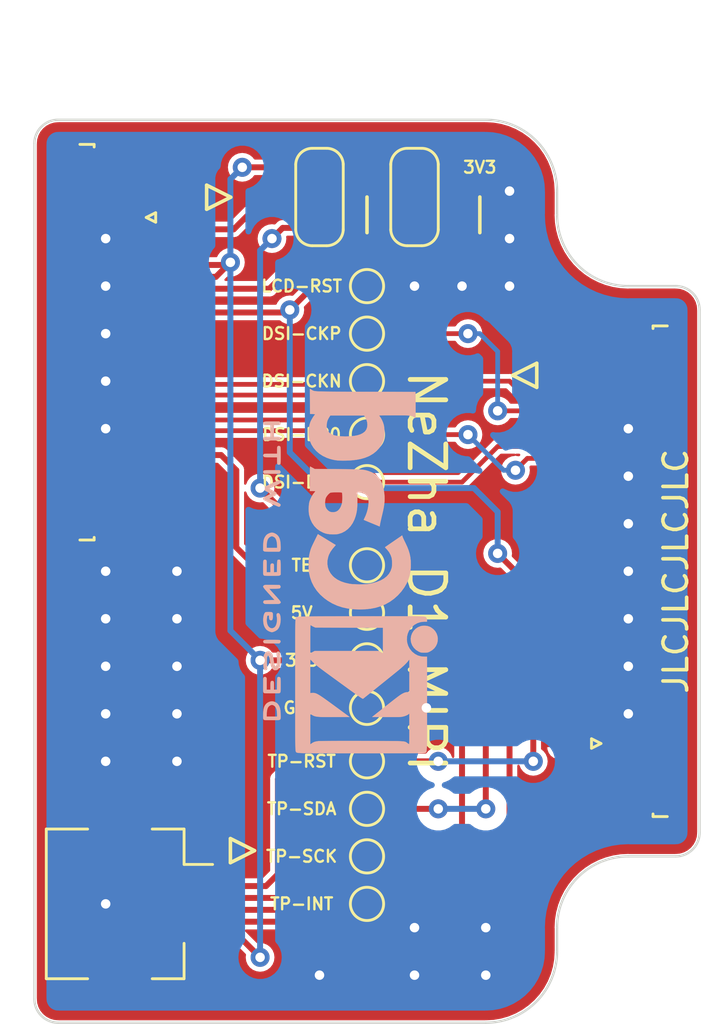
<source format=kicad_pcb>
(kicad_pcb (version 20210824) (generator pcbnew)
  (layers (0 "F.Cu" signal) (31 "B.Cu" signal) (34 "B.Paste" user) (35 "F.Paste" user) (36 "B.SilkS" user "B.Silkscreen") (37 "F.SilkS" user "F.Silkscreen") (38 "B.Mask" user) (39 "F.Mask" user) (44 "Edge.Cuts" user))
  (net 0 "")
  (net 1 "GND")
  (net 2 "Net-(J1-Pad2)")
  (net 3 "+3V3")
  (net 4 "Net-(J1-Pad7)")
  (net 5 "/DSI-RST")
  (net 6 "/DSI-CKP")
  (net 7 "/DSI-CKN")
  (net 8 "/DSI-DP0")
  (net 9 "/DSI-DN0")
  (net 10 "/TE")
  (net 11 "/BL-PWM")
  (net 12 "+5V")
  (net 13 "/TP-SCK")
  (net 14 "/TP-SDA")
  (net 15 "/TP-INT")
  (net 16 "/TP-RST")
  (footprint "TestPoint:TestPoint_Pad_D1.0mm" (layer "F.Cu") (at 145 113.25)
    (fp_text reference "TP2" hide)
    (fp_text value "TestPoint")
    (pad "1" smd circle locked (at 0 0) (size 1 1) (layers "F.Cu" "F.Mask") (net 9 "/DSI-DN0"))
  )
  (footprint "TestPoint:TestPoint_Pad_D1.0mm" (layer "F.Cu") (at 145 127)
    (fp_text reference "TP5" hide)
    (fp_text value "TestPoint")
    (pad "1" smd circle locked (at 0 0) (size 1 1) (layers "F.Cu" "F.Mask") (net 14 "/TP-SDA"))
  )
  (footprint "TestPoint:TestPoint_Pad_D1.0mm" (layer "F.Cu") (at 145 111.25)
    (fp_text reference "TP1" hide)
    (fp_text value "TestPoint")
    (pad "1" smd circle locked (at 0 0) (size 1 1) (layers "F.Cu" "F.Mask") (net 8 "/DSI-DP0"))
  )
  (footprint "TestPoint:TestPoint_Pad_D1.0mm" (layer "F.Cu") (at 145 116.75)
    (fp_text reference "TP3" hide)
    (fp_text value "TestPoint")
    (pad "1" smd circle locked (at 0 0) (size 1 1) (layers "F.Cu" "F.Mask") (net 10 "/TE"))
  )
  (footprint "TestPoint:TestPoint_Pad_D1.0mm" (layer "F.Cu") (at 145 122.75)
    (fp_text reference "TP13" hide)
    (fp_text value "TestPoint")
    (pad "1" smd circle locked (at 0 0) (size 1 1) (layers "F.Cu" "F.Mask") (net 1 "GND"))
  )
  (footprint "TestPoint:TestPoint_Pad_D1.0mm" (layer "F.Cu") (at 145 131)
    (fp_text reference "TP7" hide)
    (fp_text value "TestPoint")
    (pad "1" smd circle locked (at 0 0) (size 1 1) (layers "F.Cu" "F.Mask") (net 15 "/TP-INT"))
  )
  (footprint "Connector_FFC-FPC:Hirose_FH12-6S-0.5SH_1x06-1MP_P0.50mm_Horizontal" (layer "F.Cu") (at 136 131 -90)
    (fp_text reference "J3" hide)
    (fp_text value "Conn_01x06")
    (pad "1" smd rect (at -1.25 -1.85 270) (size 0.3 1.3) (layers "F.Cu" "F.Paste" "F.Mask") (net 1 "GND"))
    (pad "2" smd rect (at -0.75 -1.85 270) (size 0.3 1.3) (layers "F.Cu" "F.Paste" "F.Mask") (net 16 "/TP-RST"))
    (pad "3" smd rect (at -0.25 -1.85 270) (size 0.3 1.3) (layers "F.Cu" "F.Paste" "F.Mask") (net 14 "/TP-SDA"))
    (pad "4" smd rect (at 0.25 -1.85 270) (size 0.3 1.3) (layers "F.Cu" "F.Paste" "F.Mask") (net 13 "/TP-SCK"))
    (pad "5" smd rect (at 0.75 -1.85 270) (size 0.3 1.3) (layers "F.Cu" "F.Paste" "F.Mask") (net 15 "/TP-INT"))
    (pad "6" smd rect (at 1.25 -1.85 270) (size 0.3 1.3) (layers "F.Cu" "F.Paste" "F.Mask") (net 3 "+3V3"))
    (pad "MP" smd rect (at -3.15 1.4 270) (size 1.8 2.2) (layers "F.Cu" "F.Paste" "F.Mask"))
    (pad "MP" smd rect (at 3.15 1.4 270) (size 1.8 2.2) (layers "F.Cu" "F.Paste" "F.Mask"))
  )
  (footprint "Jumper:SolderJumper-3_P1.3mm_Open_RoundedPad1.0x1.5mm_NumberLabels" (layer "F.Cu") (at 147 101.25 90)
    (fp_text reference "JP2" hide)
    (fp_text value "SolderJumper_3_Open")
    (pad "1" smd custom locked (at -1.3 0 90) (size 1 0.5) (layers "F.Cu" "F.Mask") (net 1 "GND") (options (clearance outline) (anchor rect)) (primitives (gr_circle (center 0 0.25) (end 0.5 0.25) (width 0) (fill yes)) (gr_circle (center 0 -0.25) (end 0.5 -0.25) (width 0) (fill yes)) (gr_poly (pts (xy 0.55 0.75) (xy 0 0.75) (xy 0 -0.75) (xy 0.55 -0.75)) (width 0) (fill yes))))
    (pad "2" smd rect locked (at 0 0 90) (size 1 1.5) (layers "F.Cu" "F.Mask") (net 4 "Net-(J1-Pad7)"))
    (pad "3" smd custom locked (at 1.3 0 90) (size 1 0.5) (layers "F.Cu" "F.Mask") (net 3 "+3V3") (options (clearance outline) (anchor rect)) (primitives (gr_circle (center 0 0.25) (end 0.5 0.25) (width 0) (fill yes)) (gr_circle (center 0 -0.25) (end 0.5 -0.25) (width 0) (fill yes)) (gr_poly (pts (xy 0 0.75) (xy -0.55 0.75) (xy -0.55 -0.75) (xy 0 -0.75)) (width 0) (fill yes))))
  )
  (footprint "TestPoint:TestPoint_Pad_D1.0mm" (layer "F.Cu") (at 145 109)
    (fp_text reference "TP12" hide)
    (fp_text value "TestPoint")
    (pad "1" smd circle locked (at 0 0) (size 1 1) (layers "F.Cu" "F.Mask") (net 7 "/DSI-CKN"))
  )
  (footprint "TestPoint:TestPoint_Pad_D1.0mm" (layer "F.Cu") (at 145 118.75)
    (fp_text reference "TP9" hide)
    (fp_text value "TestPoint")
    (pad "1" smd circle locked (at 0 0) (size 1 1) (layers "F.Cu" "F.Mask") (net 12 "+5V"))
  )
  (footprint "TestPoint:TestPoint_Pad_D1.0mm" (layer "F.Cu") (at 145 120.75)
    (fp_text reference "TP10" hide)
    (fp_text value "TestPoint")
    (pad "1" smd circle locked (at 0 0) (size 1 1) (layers "F.Cu" "F.Mask") (net 3 "+3V3"))
  )
  (footprint "Connector_FFC-FPC:TE_3-1734839-0_1x30-1MP_P0.5mm_Horizontal" (layer "F.Cu") (at 155 117 90)
    (fp_text reference "J2" hide)
    (fp_text value "Conn_01x30")
    (pad "1" smd rect (at -7.25 -1.35 90) (size 0.3 1.1) (layers "F.Cu" "F.Paste" "F.Mask") (net 1 "GND"))
    (pad "2" smd rect (at -6.75 -1.35 90) (size 0.3 1.1) (layers "F.Cu" "F.Paste" "F.Mask") (net 16 "/TP-RST"))
    (pad "3" smd rect (at -6.25 -1.35 90) (size 0.3 1.1) (layers "F.Cu" "F.Paste" "F.Mask") (net 15 "/TP-INT"))
    (pad "4" smd rect (at -5.75 -1.35 90) (size 0.3 1.1) (layers "F.Cu" "F.Paste" "F.Mask") (net 14 "/TP-SDA"))
    (pad "5" smd rect (at -5.25 -1.35 90) (size 0.3 1.1) (layers "F.Cu" "F.Paste" "F.Mask") (net 13 "/TP-SCK"))
    (pad "6" smd rect (at -4.75 -1.35 90) (size 0.3 1.1) (layers "F.Cu" "F.Paste" "F.Mask") (net 3 "+3V3"))
    (pad "7" smd rect (at -4.25 -1.35 90) (size 0.3 1.1) (layers "F.Cu" "F.Paste" "F.Mask") (net 3 "+3V3"))
    (pad "8" smd rect (at -3.75 -1.35 90) (size 0.3 1.1) (layers "F.Cu" "F.Paste" "F.Mask") (net 3 "+3V3"))
    (pad "9" smd rect (at -3.25 -1.35 90) (size 0.3 1.1) (layers "F.Cu" "F.Paste" "F.Mask") (net 1 "GND"))
    (pad "10" smd rect (at -2.75 -1.35 90) (size 0.3 1.1) (layers "F.Cu" "F.Paste" "F.Mask") (net 12 "+5V"))
    (pad "11" smd rect (at -2.25 -1.35 90) (size 0.3 1.1) (layers "F.Cu" "F.Paste" "F.Mask") (net 12 "+5V"))
    (pad "12" smd rect (at -1.75 -1.35 90) (size 0.3 1.1) (layers "F.Cu" "F.Paste" "F.Mask") (net 12 "+5V"))
    (pad "13" smd rect (at -1.25 -1.35 90) (size 0.3 1.1) (layers "F.Cu" "F.Paste" "F.Mask") (net 11 "/BL-PWM"))
    (pad "14" smd rect (at -0.75 -1.35 90) (size 0.3 1.1) (layers "F.Cu" "F.Paste" "F.Mask") (net 5 "/DSI-RST"))
    (pad "15" smd rect (at -0.25 -1.35 90) (size 0.3 1.1) (layers "F.Cu" "F.Paste" "F.Mask") (net 1 "GND"))
    (pad "16" smd rect (at 0.25 -1.35 90) (size 0.3 1.1) (layers "F.Cu" "F.Paste" "F.Mask"))
    (pad "17" smd rect (at 0.75 -1.35 90) (size 0.3 1.1) (layers "F.Cu" "F.Paste" "F.Mask"))
    (pad "18" smd rect (at 1.25 -1.35 90) (size 0.3 1.1) (layers "F.Cu" "F.Paste" "F.Mask") (net 1 "GND"))
    (pad "19" smd rect (at 1.75 -1.35 90) (size 0.3 1.1) (layers "F.Cu" "F.Paste" "F.Mask"))
    (pad "20" smd rect (at 2.25 -1.35 90) (size 0.3 1.1) (layers "F.Cu" "F.Paste" "F.Mask"))
    (pad "21" smd rect (at 2.75 -1.35 90) (size 0.3 1.1) (layers "F.Cu" "F.Paste" "F.Mask") (net 1 "GND"))
    (pad "22" smd rect (at 3.25 -1.35 90) (size 0.3 1.1) (layers "F.Cu" "F.Paste" "F.Mask"))
    (pad "23" smd rect (at 3.75 -1.35 90) (size 0.3 1.1) (layers "F.Cu" "F.Paste" "F.Mask"))
    (pad "24" smd rect (at 4.25 -1.35 90) (size 0.3 1.1) (layers "F.Cu" "F.Paste" "F.Mask") (net 1 "GND"))
    (pad "25" smd rect (at 4.75 -1.35 90) (size 0.3 1.1) (layers "F.Cu" "F.Paste" "F.Mask") (net 8 "/DSI-DP0"))
    (pad "26" smd rect (at 5.25 -1.35 90) (size 0.3 1.1) (layers "F.Cu" "F.Paste" "F.Mask") (net 9 "/DSI-DN0"))
    (pad "27" smd rect (at 5.75 -1.35 90) (size 0.3 1.1) (layers "F.Cu" "F.Paste" "F.Mask") (net 1 "GND"))
    (pad "28" smd rect (at 6.25 -1.35 90) (size 0.3 1.1) (layers "F.Cu" "F.Paste" "F.Mask") (net 6 "/DSI-CKP"))
    (pad "29" smd rect (at 6.75 -1.35 90) (size 0.3 1.1) (layers "F.Cu" "F.Paste" "F.Mask") (net 7 "/DSI-CKN"))
    (pad "30" smd rect (at 7.25 -1.35 90) (size 0.3 1.1) (layers "F.Cu" "F.Paste" "F.Mask") (net 1 "GND"))
    (pad "MP" smd rect (at 8.92 0.35 90) (size 2.3 3.1) (layers "F.Cu" "F.Paste" "F.Mask"))
    (pad "MP" smd rect (at -8.92 0.35 90) (size 2.3 3.1) (layers "F.Cu" "F.Paste" "F.Mask"))
  )
  (footprint "TestPoint:TestPoint_Pad_D1.0mm" (layer "F.Cu") (at 145 105)
    (fp_text reference "TP8" hide)
    (fp_text value "TestPoint")
    (pad "1" smd circle locked (at 0 0) (size 1 1) (layers "F.Cu" "F.Mask") (net 5 "/DSI-RST"))
  )
  (footprint "Jumper:SolderJumper-3_P1.3mm_Open_RoundedPad1.0x1.5mm_NumberLabels" (layer "F.Cu") (at 143 101.25 90)
    (fp_text reference "JP1" hide)
    (fp_text value "SolderJumper_3_Open")
    (pad "1" smd custom locked (at -1.3 0 90) (size 1 0.5) (layers "F.Cu" "F.Mask") (net 11 "/BL-PWM") (options (clearance outline) (anchor rect)) (primitives (gr_circle (center 0 0.25) (end 0.5 0.25) (width 0) (fill yes)) (gr_circle (center 0 -0.25) (end 0.5 -0.25) (width 0) (fill yes)) (gr_poly (pts (xy 0.55 0.75) (xy 0 0.75) (xy 0 -0.75) (xy 0.55 -0.75)) (width 0) (fill yes))))
    (pad "2" smd rect locked (at 0 0 90) (size 1 1.5) (layers "F.Cu" "F.Mask") (net 2 "Net-(J1-Pad2)"))
    (pad "3" smd custom locked (at 1.3 0 90) (size 1 0.5) (layers "F.Cu" "F.Mask") (net 3 "+3V3") (options (clearance outline) (anchor rect)) (primitives (gr_circle (center 0 0.25) (end 0.5 0.25) (width 0) (fill yes)) (gr_circle (center 0 -0.25) (end 0.5 -0.25) (width 0) (fill yes)) (gr_poly (pts (xy 0 0.75) (xy -0.55 0.75) (xy -0.55 -0.75) (xy 0 -0.75)) (width 0) (fill yes))))
  )
  (footprint "TestPoint:TestPoint_Pad_D1.0mm" (layer "F.Cu") (at 145 125)
    (fp_text reference "TP4" hide)
    (fp_text value "TestPoint")
    (pad "1" smd circle locked (at 0 0) (size 1 1) (layers "F.Cu" "F.Mask") (net 16 "/TP-RST"))
  )
  (footprint "Connector_FFC-FPC:TE_2-1734839-2_1x22-1MP_P0.5mm_Horizontal" (layer "F.Cu") (at 135.555 107.36 -90)
    (fp_text reference "J1" hide)
    (fp_text value "Conn_01x22" hide)
    (pad "1" smd rect (at -5.25 -1.35 270) (size 0.3 1.1) (layers "F.Cu" "F.Paste" "F.Mask") (net 1 "GND"))
    (pad "2" smd rect (at -4.75 -1.35 270) (size 0.3 1.1) (layers "F.Cu" "F.Paste" "F.Mask") (net 2 "Net-(J1-Pad2)"))
    (pad "3" smd rect (at -4.25 -1.35 270) (size 0.3 1.1) (layers "F.Cu" "F.Paste" "F.Mask") (net 1 "GND"))
    (pad "4" smd rect (at -3.75 -1.35 270) (size 0.3 1.1) (layers "F.Cu" "F.Paste" "F.Mask") (net 1 "GND"))
    (pad "5" smd rect (at -3.25 -1.35 270) (size 0.3 1.1) (layers "F.Cu" "F.Paste" "F.Mask") (net 3 "+3V3"))
    (pad "6" smd rect (at -2.75 -1.35 270) (size 0.3 1.1) (layers "F.Cu" "F.Paste" "F.Mask") (net 3 "+3V3"))
    (pad "7" smd rect (at -2.25 -1.35 270) (size 0.3 1.1) (layers "F.Cu" "F.Paste" "F.Mask") (net 4 "Net-(J1-Pad7)"))
    (pad "8" smd rect (at -1.75 -1.35 270) (size 0.3 1.1) (layers "F.Cu" "F.Paste" "F.Mask") (net 1 "GND"))
    (pad "9" smd rect (at -1.25 -1.35 270) (size 0.3 1.1) (layers "F.Cu" "F.Paste" "F.Mask") (net 5 "/DSI-RST"))
    (pad "10" smd rect (at -0.75 -1.35 270) (size 0.3 1.1) (layers "F.Cu" "F.Paste" "F.Mask"))
    (pad "11" smd rect (at -0.25 -1.35 270) (size 0.3 1.1) (layers "F.Cu" "F.Paste" "F.Mask"))
    (pad "12" smd rect (at 0.25 -1.35 270) (size 0.3 1.1) (layers "F.Cu" "F.Paste" "F.Mask"))
    (pad "13" smd rect (at 0.75 -1.35 270) (size 0.3 1.1) (layers "F.Cu" "F.Paste" "F.Mask"))
    (pad "14" smd rect (at 1.25 -1.35 270) (size 0.3 1.1) (layers "F.Cu" "F.Paste" "F.Mask") (net 1 "GND"))
    (pad "15" smd rect (at 1.75 -1.35 270) (size 0.3 1.1) (layers "F.Cu" "F.Paste" "F.Mask") (net 6 "/DSI-CKP"))
    (pad "16" smd rect (at 2.25 -1.35 270) (size 0.3 1.1) (layers "F.Cu" "F.Paste" "F.Mask") (net 7 "/DSI-CKN"))
    (pad "17" smd rect (at 2.75 -1.35 270) (size 0.3 1.1) (layers "F.Cu" "F.Paste" "F.Mask") (net 1 "GND"))
    (pad "18" smd rect (at 3.25 -1.35 270) (size 0.3 1.1) (layers "F.Cu" "F.Paste" "F.Mask") (net 8 "/DSI-DP0"))
    (pad "19" smd rect (at 3.75 -1.35 270) (size 0.3 1.1) (layers "F.Cu" "F.Paste" "F.Mask") (net 9 "/DSI-DN0"))
    (pad "20" smd rect (at 4.25 -1.35 270) (size 0.3 1.1) (layers "F.Cu" "F.Paste" "F.Mask") (net 1 "GND"))
    (pad "21" smd rect (at 4.75 -1.35 270) (size 0.3 1.1) (layers "F.Cu" "F.Paste" "F.Mask") (net 10 "/TE"))
    (pad "22" smd rect (at 5.25 -1.35 270) (size 0.3 1.1) (layers "F.Cu" "F.Paste" "F.Mask") (net 1 "GND"))
    (pad "MP" smd rect (at 6.92 0.35 270) (size 2.3 3.1) (layers "F.Cu" "F.Paste" "F.Mask"))
    (pad "MP" smd rect (at -6.92 0.35 270) (size 2.3 3.1) (layers "F.Cu" "F.Paste" "F.Mask"))
  )
  (footprint "TestPoint:TestPoint_Pad_D1.0mm" (layer "F.Cu") (at 145 107)
    (fp_text reference "TP11" hide)
    (fp_text value "TestPoint")
    (pad "1" smd circle locked (at 0 0) (size 1 1) (layers "F.Cu" "F.Mask") (net 6 "/DSI-CKP"))
  )
  (footprint "TestPoint:TestPoint_Pad_D1.0mm" (layer "F.Cu") (at 145 129)
    (fp_text reference "TP6" hide)
    (fp_text value "TestPoint")
    (pad "1" smd circle locked (at 0 0) (size 1 1) (layers "F.Cu" "F.Mask") (net 13 "/TP-SCK"))
  )
  (footprint "Symbol:KiCad-Logo2_6mm_SilkScreen" (layer "B.Cu") (at 145 117 90)
    (fp_text reference "REF**" hide)
    (fp_text value "KiCad-Logo2_6mm_SilkScreen" hide)
  )
  (gr_line (start 138.25 100.75) (end 138.25 101.766) (layer "F.SilkS") (width 0.15))
  (gr_line (start 145 101.25) (end 145 102.75) (layer "F.SilkS") (width 0.15))
  (gr_line (start 139.266 101.258) (end 138.25 100.75) (layer "F.SilkS") (width 0.15))
  (gr_line (start 139.25 129.266) (end 140.266 128.758) (layer "F.SilkS") (width 0.15))
  (gr_line (start 140.266 128.758) (end 139.25 128.25) (layer "F.SilkS") (width 0.15))
  (gr_line (start 149.75 101.25) (end 149.75 102.75) (layer "F.SilkS") (width 0.15))
  (gr_line (start 151.13 108.754) (end 152.146 109.262) (layer "F.SilkS") (width 0.15))
  (gr_line (start 152.146 108.246) (end 151.13 108.754) (layer "F.SilkS") (width 0.15))
  (gr_line (start 138.25 101.766) (end 139.266 101.258) (layer "F.SilkS") (width 0.15))
  (gr_line (start 139.25 128.25) (end 139.25 129.266) (layer "F.SilkS") (width 0.15))
  (gr_line (start 152.146 109.262) (end 152.146 108.246) (layer "F.SilkS") (width 0.15))
  (gr_line (start 158 129) (end 156 129) (layer "Edge.Cuts") (width 0.1))
  (gr_line (start 159 106) (end 159 128) (layer "Edge.Cuts") (width 0.1))
  (gr_line (start 153 102) (end 153 101) (layer "Edge.Cuts") (width 0.1))
  (gr_line (start 131 135) (end 131 99) (layer "Edge.Cuts") (width 0.1))
  (gr_arc (start 158 106) (end 158 105) (angle 90) (layer "Edge.Cuts") (width 0.1))
  (gr_arc (start 158 128) (end 159 128) (angle 90) (layer "Edge.Cuts") (width 0.1))
  (gr_arc (start 156 132) (end 153 132) (angle 90) (layer "Edge.Cuts") (width 0.1))
  (gr_line (start 132 98) (end 150 98) (layer "Edge.Cuts") (width 0.1))
  (gr_arc (start 156 102) (end 153 102) (angle -90) (layer "Edge.Cuts") (width 0.1))
  (gr_line (start 156 105) (end 158 105) (layer "Edge.Cuts") (width 0.1))
  (gr_arc (start 132 99) (end 132 98) (angle -90) (layer "Edge.Cuts") (width 0.1))
  (gr_arc (start 150 101) (end 150 98) (angle 90) (layer "Edge.Cuts") (width 0.1))
  (gr_line (start 153 102) (end 153 102) (layer "Edge.Cuts") (width 0.1))
  (gr_line (start 153 133) (end 153 132) (layer "Edge.Cuts") (width 0.1))
  (gr_line (start 150 136) (end 132 136) (layer "Edge.Cuts") (width 0.1))
  (gr_arc (start 132 135) (end 131 135) (angle -90) (layer "Edge.Cuts") (width 0.1))
  (gr_arc (start 150 133) (end 153 133) (angle 90) (layer "Edge.Cuts") (width 0.1))
  (gr_text "DSI-DN0" (at 142.25 113.25) (layer "F.SilkS") (effects (font (size 0.5 0.5) (thickness 0.1))))
  (gr_text "GND" (at 142.25 122.75) (layer "F.SilkS") (effects (font (size 0.5 0.5) (thickness 0.1))))
  (gr_text "NeZha D1 MIPI" (at 147.5 117 270) (layer "F.SilkS") (effects (font (size 1.5 1.5) (thickness 0.2))))
  (gr_text "DSI-DP0" (at 142.25 111.25) (layer "F.SilkS") (effects (font (size 0.5 0.5) (thickness 0.1))))
  (gr_text "JLCJLCJLCJLC" (at 158 117 90) (layer "F.SilkS") (effects (font (size 1 1))))
  (gr_text "TP-SCK" (at 142.25 129) (layer "F.SilkS") (effects (font (size 0.5 0.5) (thickness 0.1))))
  (gr_text "5V" (at 142.25 118.75) (layer "F.SilkS") (effects (font (size 0.5 0.5) (thickness 0.1))))
  (gr_text "3V3" (at 149.75 100) (layer "F.SilkS") (effects (font (size 0.5 0.5) (thickness 0.1))))
  (gr_text "TP-INT" (at 142.25 131) (layer "F.SilkS") (effects (font (size 0.5 0.5) (thickness 0.1))))
  (gr_text "TP-SDA" (at 142.25 127) (layer "F.SilkS") (effects (font (size 0.5 0.5) (thickness 0.1))))
  (gr_text "3V3" (at 142.25 120.75) (layer "F.SilkS") (effects (font (size 0.5 0.5) (thickness 0.1))))
  (gr_text "TP-RST" (at 142.25 125) (layer "F.SilkS") (effects (font (size 0.5 0.5) (thickness 0.1))))
  (gr_text "LCD-RST" (at 142.25 105) (layer "F.SilkS") (effects (font (size 0.5 0.5) (thickness 0.1))))
  (gr_text "TE" (at 142.25 116.75) (layer "F.SilkS") (effects (font (size 0.5 0.5) (thickness 0.1))))
  (gr_text "DSI-CKP" (at 142.25 107) (layer "F.SilkS") (effects (font (size 0.5 0.5) (thickness 0.1))))
  (gr_text "DSI-CKN" (at 142.25 109) (layer "F.SilkS") (effects (font (size 0.5 0.5) (thickness 0.1))))
  (via (at 134 123) (size 0.8) (drill 0.4) (layers "F.Cu" "B.Cu") (net 1))
  (via (at 134 105) (size 0.8) (drill 0.4) (layers "F.Cu" "B.Cu") (net 1))
  (via (at 150 134) (size 0.8) (drill 0.4) (layers "F.Cu" "B.Cu") (net 1))
  (via (at 156 117) (size 0.8) (drill 0.4) (layers "F.Cu" "B.Cu") (net 1))
  (via (at 149 105) (size 0.8) (drill 0.4) (layers "F.Cu" "B.Cu") (net 1))
  (via (at 151 101) (size 0.8) (drill 0.4) (layers "F.Cu" "B.Cu") (net 1))
  (via (at 147 105) (size 0.8) (drill 0.4) (layers "F.Cu" "B.Cu") (net 1))
  (via (at 137 121) (size 0.8) (drill 0.4) (layers "F.Cu" "B.Cu") (net 1))
  (via (at 156 115) (size 0.8) (drill 0.4) (layers "F.Cu" "B.Cu") (net 1))
  (via (at 134 109) (size 0.8) (drill 0.4) (layers "F.Cu" "B.Cu") (net 1))
  (via (at 137 123) (size 0.8) (drill 0.4) (layers "F.Cu" "B.Cu") (net 1))
  (via (at 147 132) (size 0.8) (drill 0.4) (layers "F.Cu" "B.Cu") (net 1))
  (via (at 134 111) (size 0.8) (drill 0.4) (layers "F.Cu" "B.Cu") (net 1))
  (via (at 134 117) (size 0.8) (drill 0.4) (layers "F.Cu" "B.Cu") (net 1))
  (via (at 147.5 122.75) (size 0.8) (drill 0.4) (layers "F.Cu" "B.Cu") (net 1))
  (via (at 156 123) (size 0.8) (drill 0.4) (layers "F.Cu" "B.Cu") (net 1))
  (via (at 156 113) (size 0.8) (drill 0.4) (layers "F.Cu" "B.Cu") (net 1))
  (via (at 147 134) (size 0.8) (drill 0.4) (layers "F.Cu" "B.Cu") (net 1))
  (via (at 156 119) (size 0.8) (drill 0.4) (layers "F.Cu" "B.Cu") (net 1))
  (via (at 134 121) (size 0.8) (drill 0.4) (layers "F.Cu" "B.Cu") (net 1))
  (via (at 134 131) (size 0.8) (drill 0.4) (layers "F.Cu" "B.Cu") (net 1))
  (via (at 137 119) (size 0.8) (drill 0.4) (layers "F.Cu" "B.Cu") (net 1))
  (via (at 151 103) (size 0.8) (drill 0.4) (layers "F.Cu" "B.Cu") (net 1))
  (via (at 151 105) (size 0.8) (drill 0.4) (layers "F.Cu" "B.Cu") (net 1))
  (via (at 150 132) (size 0.8) (drill 0.4) (layers "F.Cu" "B.Cu") (net 1))
  (via (at 134 119) (size 0.8) (drill 0.4) (layers "F.Cu" "B.Cu") (net 1))
  (via (at 134 103) (size 0.8) (drill 0.4) (layers "F.Cu" "B.Cu") (net 1))
  (via (at 156 111) (size 0.8) (drill 0.4) (layers "F.Cu" "B.Cu") (net 1))
  (via (at 156 121) (size 0.8) (drill 0.4) (layers "F.Cu" "B.Cu") (net 1))
  (via (at 137 125) (size 0.8) (drill 0.4) (layers "F.Cu" "B.Cu") (net 1))
  (via (at 134 107) (size 0.8) (drill 0.4) (layers "F.Cu" "B.Cu") (net 1))
  (via (at 143 134) (size 0.8) (drill 0.4) (layers "F.Cu" "B.Cu") (net 1))
  (via (at 134 125) (size 0.8) (drill 0.4) (layers "F.Cu" "B.Cu") (net 1))
  (via (at 137 117) (size 0.8) (drill 0.4) (layers "F.Cu" "B.Cu") (net 1))
  (segment (start 136.905 102.61) (end 139.39 102.61) (width 0.25) (layer "F.Cu") (net 2))
  (segment (start 140.75 101.25) (end 143 101.25) (width 0.25) (layer "F.Cu") (net 2))
  (segment (start 139.39 102.61) (end 140.75 101.25) (width 0.25) (layer "F.Cu") (net 2))
  (segment (start 151.5 121.25) (end 151 120.75) (width 0.25) (layer "F.Cu") (net 3))
  (segment (start 151 120.75) (end 150.75 120.75) (width 0.25) (layer "F.Cu") (net 3))
  (segment (start 145 120.75) (end 140.5 120.75) (width 0.25) (layer "F.Cu") (net 3))
  (segment (start 139.25 104) (end 138.64 104.61) (width 0.25) (layer "F.Cu") (net 3))
  (segment (start 139.14 104.11) (end 136.905 104.11) (width 0.25) (layer "F.Cu") (net 3))
  (segment (start 139.75 100) (end 142.95 100) (width 0.25) (layer "F.Cu") (net 3))
  (segment (start 139.5 132.25) (end 140.5 133.25) (width 0.25) (layer "F.Cu") (net 3))
  (segment (start 137.85 132.25) (end 139.5 132.25) (width 0.25) (layer "F.Cu") (net 3))
  (segment (start 145 120.75) (end 150.75 120.75) (width 0.25) (layer "F.Cu") (net 3))
  (segment (start 138.64 104.61) (end 136.905 104.61) (width 0.25) (layer "F.Cu") (net 3))
  (segment (start 150.75 120.75) (end 153.65 120.75) (width 0.25) (layer "F.Cu") (net 3))
  (segment (start 139.25 104) (end 139.14 104.11) (width 0.25) (layer "F.Cu") (net 3))
  (segment (start 147 99.95) (end 143 99.95) (width 0.25) (layer "F.Cu") (net 3))
  (segment (start 153.65 121.25) (end 151.5 121.25) (width 0.25) (layer "F.Cu") (net 3))
  (segment (start 152 121.75) (end 151.5 121.25) (width 0.25) (layer "F.Cu") (net 3))
  (segment (start 142.95 100) (end 143 99.95) (width 0.25) (layer "F.Cu") (net 3))
  (segment (start 153.65 121.75) (end 152 121.75) (width 0.25) (layer "F.Cu") (net 3))
  (via (at 140.5 133.25) (size 0.8) (drill 0.4) (layers "F.Cu" "B.Cu") (net 3))
  (via (at 139.25 104) (size 0.8) (drill 0.4) (layers "F.Cu" "B.Cu") (net 3))
  (via (at 139.75 100) (size 0.8) (drill 0.4) (layers "F.Cu" "B.Cu") (net 3))
  (via (at 140.5 120.75) (size 0.8) (drill 0.4) (layers "F.Cu" "B.Cu") (net 3))
  (segment (start 140.5 133.25) (end 140.5 120.75) (width 0.25) (layer "B.Cu") (net 3))
  (segment (start 139.25 119.5) (end 140.5 120.75) (width 0.25) (layer "B.Cu") (net 3))
  (segment (start 139.25 100.5) (end 139.75 100) (width 0.25) (layer "B.Cu") (net 3))
  (segment (start 139.25 104) (end 139.25 100.5) (width 0.25) (layer "B.Cu") (net 3))
  (segment (start 139.25 104) (end 139.25 119.5) (width 0.25) (layer "B.Cu") (net 3))
  (segment (start 144 104) (end 145 103) (width 0.25) (layer "F.Cu") (net 4))
  (segment (start 145 101.75) (end 145.5 101.25) (width 0.25) (layer "F.Cu") (net 4))
  (segment (start 142 104) (end 144 104) (width 0.25) (layer "F.Cu") (net 4))
  (segment (start 145 103) (end 145 101.75) (width 0.25) (layer "F.Cu") (net 4))
  (segment (start 140.89 105.11) (end 142 104) (width 0.25) (layer "F.Cu") (net 4))
  (segment (start 136.905 105.11) (end 140.89 105.11) (width 0.25) (layer "F.Cu") (net 4))
  (segment (start 145.5 101.25) (end 147 101.25) (width 0.25) (layer "F.Cu") (net 4))
  (segment (start 152 117.75) (end 150.5 116.25) (width 0.25) (layer "F.Cu") (net 5))
  (segment (start 142.75 105) (end 145 105) (width 0.25) (layer "F.Cu") (net 5))
  (segment (start 141.75 106) (end 141.64 106.11) (width 0.25) (layer "F.Cu") (net 5))
  (segment (start 153.65 117.75) (end 152 117.75) (width 0.25) (layer "F.Cu") (net 5))
  (segment (start 141.64 106.11) (end 136.905 106.11) (width 0.25) (layer "F.Cu") (net 5))
  (segment (start 141.75 106) (end 142.75 105) (width 0.25) (layer "F.Cu") (net 5))
  (via (at 141.75 106) (size 0.8) (drill 0.4) (layers "F.Cu" "B.Cu") (net 5))
  (via (at 150.5 116.25) (size 0.8) (drill 0.4) (layers "F.Cu" "B.Cu") (net 5))
  (segment (start 141.75 112) (end 143.25 113.5) (width 0.25) (layer "B.Cu") (net 5))
  (segment (start 141.75 106) (end 141.75 112) (width 0.25) (layer "B.Cu") (net 5))
  (segment (start 149.5 113.5) (end 150.5 114.5) (width 0.25) (layer "B.Cu") (net 5))
  (segment (start 143.25 113.5) (end 149.5 113.5) (width 0.25) (layer "B.Cu") (net 5))
  (segment (start 150.5 114.5) (end 150.5 116.25) (width 0.25) (layer "B.Cu") (net 5))
  (segment (start 136.905 109.11) (end 137.730001 109.11) (width 0.2) (layer "F.Cu") (net 6))
  (segment (start 137.755001 109.135) (end 142.865 109.135) (width 0.2) (layer "F.Cu") (net 6))
  (segment (start 137.730001 109.11) (end 137.755001 109.135) (width 0.2) (layer "F.Cu") (net 6))
  (segment (start 142.865 109.135) (end 145 107) (width 0.2) (layer "F.Cu") (net 6))
  (segment (start 150.5 110.25) (end 151.5 110.25) (width 0.2) (layer "F.Cu") (net 6))
  (segment (start 149.25 107) (end 145 107) (width 0.2) (layer "F.Cu") (net 6))
  (segment (start 152 110.75) (end 153.65 110.75) (width 0.2) (layer "F.Cu") (net 6))
  (segment (start 151.5 110.25) (end 152 110.75) (width 0.2) (layer "F.Cu") (net 6))
  (via (at 149.25 107) (size 0.8) (drill 0.4) (layers "F.Cu" "B.Cu") (net 6))
  (via (at 150.5 110.25) (size 0.8) (drill 0.4) (layers "F.Cu" "B.Cu") (net 6))
  (segment (start 149.75 107) (end 150.5 107.75) (width 0.2) (layer "B.Cu") (net 6))
  (segment (start 150.5 107.75) (end 150.5 110.25) (width 0.2) (layer "B.Cu") (net 6))
  (segment (start 149.25 107) (end 149.75 107) (width 0.2) (layer "B.Cu") (net 6))
  (segment (start 143.636397 109) (end 145 109) (width 0.2) (layer "F.Cu") (net 7))
  (segment (start 143.051397 109.585) (end 143.636397 109) (width 0.2) (layer "F.Cu") (net 7))
  (segment (start 137.730001 109.61) (end 137.755001 109.585) (width 0.2) (layer "F.Cu") (net 7))
  (segment (start 136.905 109.61) (end 137.730001 109.61) (width 0.2) (layer "F.Cu") (net 7))
  (segment (start 137.755001 109.585) (end 143.051397 109.585) (width 0.2) (layer "F.Cu") (net 7))
  (segment (start 151 109) (end 152.25 110.25) (width 0.2) (layer "F.Cu") (net 7))
  (segment (start 152.25 110.25) (end 153.65 110.25) (width 0.2) (layer "F.Cu") (net 7))
  (segment (start 145 109) (end 151 109) (width 0.2) (layer "F.Cu") (net 7))
  (segment (start 143.636397 111.25) (end 145 111.25) (width 0.2) (layer "F.Cu") (net 8))
  (segment (start 137.755001 110.635) (end 143.021397 110.635) (width 0.2) (layer "F.Cu") (net 8))
  (segment (start 143.021397 110.635) (end 143.636397 111.25) (width 0.2) (layer "F.Cu") (net 8))
  (segment (start 151.75 112.25) (end 153.65 112.25) (width 0.2) (layer "F.Cu") (net 8))
  (segment (start 151.25 112.75) (end 151.75 112.25) (width 0.2) (layer "F.Cu") (net 8))
  (segment (start 149.25 111.25) (end 145 111.25) (width 0.2) (layer "F.Cu") (net 8))
  (segment (start 136.905 110.61) (end 137.730001 110.61) (width 0.2) (layer "F.Cu") (net 8))
  (segment (start 137.730001 110.61) (end 137.755001 110.635) (width 0.2) (layer "F.Cu") (net 8))
  (via (at 151.25 112.75) (size 0.8) (drill 0.4) (layers "F.Cu" "B.Cu") (net 8))
  (via (at 149.25 111.25) (size 0.8) (drill 0.4) (layers "F.Cu" "B.Cu") (net 8))
  (segment (start 149.25 111.25) (end 150.75 112.75) (width 0.2) (layer "B.Cu") (net 8))
  (segment (start 150.75 112.75) (end 151.25 112.75) (width 0.2) (layer "B.Cu") (net 8))
  (segment (start 145 113.25) (end 149 113.25) (width 0.2) (layer "F.Cu") (net 9))
  (segment (start 150.5 111.75) (end 153.65 111.75) (width 0.2) (layer "F.Cu") (net 9))
  (segment (start 137.755001 111.085) (end 142.835 111.085) (width 0.2) (layer "F.Cu") (net 9))
  (segment (start 137.730001 111.11) (end 137.755001 111.085) (width 0.2) (layer "F.Cu") (net 9))
  (segment (start 136.905 111.11) (end 137.730001 111.11) (width 0.2) (layer "F.Cu") (net 9))
  (segment (start 149 113.25) (end 150.5 111.75) (width 0.2) (layer "F.Cu") (net 9))
  (segment (start 142.835 111.085) (end 145 113.25) (width 0.2) (layer "F.Cu") (net 9))
  (segment (start 139.5 116) (end 140.25 116.75) (width 0.25) (layer "F.Cu") (net 10))
  (segment (start 139.5 112.75) (end 139.5 116) (width 0.25) (layer "F.Cu") (net 10))
  (segment (start 140.25 116.75) (end 145 116.75) (width 0.25) (layer "F.Cu") (net 10))
  (segment (start 138.86 112.11) (end 139.5 112.75) (width 0.25) (layer "F.Cu") (net 10))
  (segment (start 136.905 112.11) (end 138.86 112.11) (width 0.25) (layer "F.Cu") (net 10))
  (segment (start 140.5 113.5) (end 142 115) (width 0.25) (layer "F.Cu") (net 11))
  (segment (start 148.75 116.75) (end 150.25 118.25) (width 0.25) (layer "F.Cu") (net 11))
  (segment (start 141 103) (end 141.45 102.55) (width 0.25) (layer "F.Cu") (net 11))
  (segment (start 148.25 115) (end 148.75 115.5) (width 0.25) (layer "F.Cu") (net 11))
  (segment (start 142 115) (end 148.25 115) (width 0.25) (layer "F.Cu") (net 11))
  (segment (start 150.25 118.25) (end 153.65 118.25) (width 0.25) (layer "F.Cu") (net 11))
  (segment (start 141.45 102.55) (end 143 102.55) (width 0.25) (layer "F.Cu") (net 11))
  (segment (start 148.75 115.5) (end 148.75 116.75) (width 0.25) (layer "F.Cu") (net 11))
  (via (at 140.5 113.5) (size 0.8) (drill 0.4) (layers "F.Cu" "B.Cu") (net 11))
  (via (at 141 103) (size 0.8) (drill 0.4) (layers "F.Cu" "B.Cu") (net 11))
  (segment (start 140.5 103.5) (end 141 103) (width 0.25) (layer "B.Cu") (net 11))
  (segment (start 140.5 113.5) (end 140.5 103.5) (width 0.25) (layer "B.Cu") (net 11))
  (segment (start 151 118.75) (end 145 118.75) (width 0.25) (layer "F.Cu") (net 12))
  (segment (start 153.65 119.75) (end 152 119.75) (width 0.25) (layer "F.Cu") (net 12))
  (segment (start 153.65 119.25) (end 151.5 119.25) (width 0.25) (layer "F.Cu") (net 12))
  (segment (start 152 119.75) (end 151.5 119.25) (width 0.25) (layer "F.Cu") (net 12))
  (segment (start 151.5 119.25) (end 151 118.75) (width 0.25) (layer "F.Cu") (net 12))
  (segment (start 153.65 118.75) (end 151 118.75) (width 0.25) (layer "F.Cu") (net 12))
  (segment (start 150 122.25) (end 153.65 122.25) (width 0.25) (layer "F.Cu") (net 13))
  (segment (start 145 129) (end 148.25 129) (width 0.25) (layer "F.Cu") (net 13))
  (segment (start 142.75 129.5) (end 143.25 129) (width 0.25) (layer "F.Cu") (net 13))
  (segment (start 142.75 130.5) (end 142.75 129.5) (width 0.25) (layer "F.Cu") (net 13))
  (segment (start 148.25 129) (end 149 128.25) (width 0.25) (layer "F.Cu") (net 13))
  (segment (start 142 131.25) (end 142.75 130.5) (width 0.25) (layer "F.Cu") (net 13))
  (segment (start 143.25 129) (end 145 129) (width 0.25) (layer "F.Cu") (net 13))
  (segment (start 149 123.25) (end 150 122.25) (width 0.25) (layer "F.Cu") (net 13))
  (segment (start 149 128.25) (end 149 123.25) (width 0.25) (layer "F.Cu") (net 13))
  (segment (start 137.85 131.25) (end 142 131.25) (width 0.25) (layer "F.Cu") (net 13))
  (segment (start 153.65 122.75) (end 150.75 122.75) (width 0.25) (layer "F.Cu") (net 14))
  (segment (start 137.85 130.75) (end 141.25 130.75) (width 0.25) (layer "F.Cu") (net 14))
  (segment (start 142 128) (end 143 127) (width 0.25) (layer "F.Cu") (net 14))
  (segment (start 142 130) (end 142 128) (width 0.25) (layer "F.Cu") (net 14))
  (segment (start 143 127) (end 145 127) (width 0.25) (layer "F.Cu") (net 14))
  (segment (start 141.25 130.75) (end 142 130) (width 0.25) (layer "F.Cu") (net 14))
  (segment (start 150.75 122.75) (end 150 123.5) (width 0.25) (layer "F.Cu") (net 14))
  (segment (start 150 123.5) (end 150 127) (width 0.25) (layer "F.Cu") (net 14))
  (segment (start 145 127) (end 148 127) (width 0.25) (layer "F.Cu") (net 14))
  (via (at 148 127) (size 0.8) (drill 0.4) (layers "F.Cu" "B.Cu") (net 14))
  (via (at 150 127) (size 0.8) (drill 0.4) (layers "F.Cu" "B.Cu") (net 14))
  (segment (start 148 127) (end 150 127) (width 0.25) (layer "B.Cu") (net 14))
  (segment (start 151.5 123.25) (end 153.65 123.25) (width 0.25) (layer "F.Cu") (net 15))
  (segment (start 149.75 131) (end 151 129.75) (width 0.25) (layer "F.Cu") (net 15))
  (segment (start 144.25 131.75) (end 145 131) (width 0.25) (layer "F.Cu") (net 15))
  (segment (start 137.85 131.75) (end 144.25 131.75) (width 0.25) (layer "F.Cu") (net 15))
  (segment (start 145 131) (end 149.75 131) (width 0.25) (layer "F.Cu") (net 15))
  (segment (start 151 123.75) (end 151.5 123.25) (width 0.25) (layer "F.Cu") (net 15))
  (segment (start 151 129.75) (end 151 123.75) (width 0.25) (layer "F.Cu") (net 15))
  (segment (start 142 125) (end 145 125) (width 0.25) (layer "F.Cu") (net 16))
  (segment (start 137.85 130.25) (end 140.75 130.25) (width 0.25) (layer "F.Cu") (net 16))
  (segment (start 152.25 123.75) (end 152 124) (width 0.25) (layer "F.Cu") (net 16))
  (segment (start 140.75 130.25) (end 141.25 129.75) (width 0.25) (layer "F.Cu") (net 16))
  (segment (start 141.25 129.75) (end 141.25 125.75) (width 0.25) (layer "F.Cu") (net 16))
  (segment (start 141.25 125.75) (end 142 125) (width 0.25) (layer "F.Cu") (net 16))
  (segment (start 145 125) (end 148 125) (width 0.25) (layer "F.Cu") (net 16))
  (segment (start 153.65 123.75) (end 152.25 123.75) (width 0.25) (layer "F.Cu") (net 16))
  (segment (start 152 124) (end 152 125) (width 0.25) (layer "F.Cu") (net 16))
  (via (at 148 125) (size 0.8) (drill 0.4) (layers "F.Cu" "B.Cu") (net 16))
  (via (at 152 125) (size 0.8) (drill 0.4) (layers "F.Cu" "B.Cu") (net 16))
  (segment (start 148 125) (end 152 125) (width 0.25) (layer "B.Cu") (net 16))
  (zone (net 1) (net_name "GND") (layer "F.Cu") (name "TOP-GND") (connect_pads (clearance 0.1)) (min_thickness 0.1) (fill yes (thermal_gap 0.508) (thermal_bridge_width 0.508))
    (polygon (pts (xy 159 136) (xy 131 136) (xy 131 98) (xy 159 98)))
  )
  (zone (net 1) (net_name "GND") (layer "B.Cu") (name "BOTTOM-GND") (connect_pads (clearance 0.508)) (min_thickness 0.254) (fill yes (thermal_gap 0.508) (thermal_bridge_width 0.508))
    (polygon (pts (xy 159 136) (xy 131 136) (xy 131 98) (xy 159 98)))
  )
)
</source>
